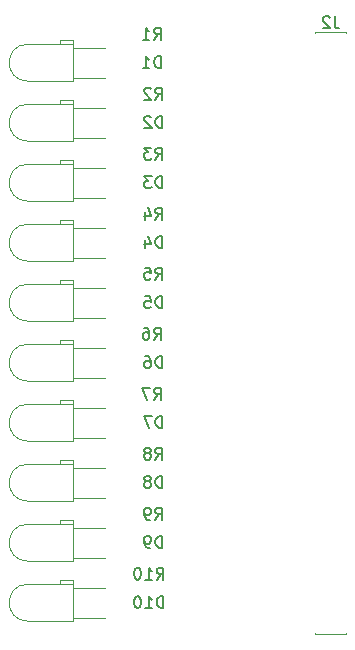
<source format=gbr>
G04 #@! TF.GenerationSoftware,KiCad,Pcbnew,(5.0.0-rc2-dev-107-g49486b83b)*
G04 #@! TF.CreationDate,2018-03-22T00:06:16+08:00*
G04 #@! TF.ProjectId,ebox-gpio-led,65626F782D6770696F2D6C65642E6B69,rev?*
G04 #@! TF.SameCoordinates,Original*
G04 #@! TF.FileFunction,Legend,Bot*
G04 #@! TF.FilePolarity,Positive*
%FSLAX46Y46*%
G04 Gerber Fmt 4.6, Leading zero omitted, Abs format (unit mm)*
G04 Created by KiCad (PCBNEW (5.0.0-rc2-dev-107-g49486b83b)) date 03/22/18 00:06:16*
%MOMM*%
%LPD*%
G01*
G04 APERTURE LIST*
%ADD10C,0.120000*%
%ADD11C,0.150000*%
G04 APERTURE END LIST*
D10*
X23830000Y-12040000D02*
X21170000Y-12040000D01*
X21170000Y-12040000D02*
X21170000Y-12100000D01*
X21170000Y-62900000D02*
X21170000Y-62960000D01*
X23830000Y-62960000D02*
X21170000Y-62960000D01*
X23830000Y-12040000D02*
X23830000Y-12100000D01*
X23830000Y-62900000D02*
X23830000Y-62960000D01*
X3365000Y-13335000D02*
X3365000Y-13335000D01*
X695000Y-13335000D02*
X3365000Y-13335000D01*
X695000Y-13335000D02*
X695000Y-13335000D01*
X3365000Y-13335000D02*
X695000Y-13335000D01*
X3365000Y-15875000D02*
X3365000Y-15875000D01*
X695000Y-15875000D02*
X3365000Y-15875000D01*
X695000Y-15875000D02*
X695000Y-15875000D01*
X3365000Y-15875000D02*
X695000Y-15875000D01*
X695000Y-13045000D02*
X695000Y-12645000D01*
X-425000Y-13045000D02*
X695000Y-13045000D01*
X-425000Y-12645000D02*
X-425000Y-13045000D01*
X695000Y-12645000D02*
X-425000Y-12645000D01*
X695000Y-16165000D02*
X695000Y-13045000D01*
X695000Y-13045000D02*
X-3165000Y-13045000D01*
X695000Y-16165000D02*
X-3165000Y-16165000D01*
X-3165000Y-13045000D02*
G75*
G03X-3165000Y-16165000I0J-1560000D01*
G01*
X3365000Y-18415000D02*
X3365000Y-18415000D01*
X695000Y-18415000D02*
X3365000Y-18415000D01*
X695000Y-18415000D02*
X695000Y-18415000D01*
X3365000Y-18415000D02*
X695000Y-18415000D01*
X3365000Y-20955000D02*
X3365000Y-20955000D01*
X695000Y-20955000D02*
X3365000Y-20955000D01*
X695000Y-20955000D02*
X695000Y-20955000D01*
X3365000Y-20955000D02*
X695000Y-20955000D01*
X695000Y-18125000D02*
X695000Y-17725000D01*
X-425000Y-18125000D02*
X695000Y-18125000D01*
X-425000Y-17725000D02*
X-425000Y-18125000D01*
X695000Y-17725000D02*
X-425000Y-17725000D01*
X695000Y-21245000D02*
X695000Y-18125000D01*
X695000Y-18125000D02*
X-3165000Y-18125000D01*
X695000Y-21245000D02*
X-3165000Y-21245000D01*
X-3165000Y-18125000D02*
G75*
G03X-3165000Y-21245000I0J-1560000D01*
G01*
X3365000Y-23495000D02*
X3365000Y-23495000D01*
X695000Y-23495000D02*
X3365000Y-23495000D01*
X695000Y-23495000D02*
X695000Y-23495000D01*
X3365000Y-23495000D02*
X695000Y-23495000D01*
X3365000Y-26035000D02*
X3365000Y-26035000D01*
X695000Y-26035000D02*
X3365000Y-26035000D01*
X695000Y-26035000D02*
X695000Y-26035000D01*
X3365000Y-26035000D02*
X695000Y-26035000D01*
X695000Y-23205000D02*
X695000Y-22805000D01*
X-425000Y-23205000D02*
X695000Y-23205000D01*
X-425000Y-22805000D02*
X-425000Y-23205000D01*
X695000Y-22805000D02*
X-425000Y-22805000D01*
X695000Y-26325000D02*
X695000Y-23205000D01*
X695000Y-23205000D02*
X-3165000Y-23205000D01*
X695000Y-26325000D02*
X-3165000Y-26325000D01*
X-3165000Y-23205000D02*
G75*
G03X-3165000Y-26325000I0J-1560000D01*
G01*
X3365000Y-28575000D02*
X3365000Y-28575000D01*
X695000Y-28575000D02*
X3365000Y-28575000D01*
X695000Y-28575000D02*
X695000Y-28575000D01*
X3365000Y-28575000D02*
X695000Y-28575000D01*
X3365000Y-31115000D02*
X3365000Y-31115000D01*
X695000Y-31115000D02*
X3365000Y-31115000D01*
X695000Y-31115000D02*
X695000Y-31115000D01*
X3365000Y-31115000D02*
X695000Y-31115000D01*
X695000Y-28285000D02*
X695000Y-27885000D01*
X-425000Y-28285000D02*
X695000Y-28285000D01*
X-425000Y-27885000D02*
X-425000Y-28285000D01*
X695000Y-27885000D02*
X-425000Y-27885000D01*
X695000Y-31405000D02*
X695000Y-28285000D01*
X695000Y-28285000D02*
X-3165000Y-28285000D01*
X695000Y-31405000D02*
X-3165000Y-31405000D01*
X-3165000Y-28285000D02*
G75*
G03X-3165000Y-31405000I0J-1560000D01*
G01*
X3365000Y-33655000D02*
X3365000Y-33655000D01*
X695000Y-33655000D02*
X3365000Y-33655000D01*
X695000Y-33655000D02*
X695000Y-33655000D01*
X3365000Y-33655000D02*
X695000Y-33655000D01*
X3365000Y-36195000D02*
X3365000Y-36195000D01*
X695000Y-36195000D02*
X3365000Y-36195000D01*
X695000Y-36195000D02*
X695000Y-36195000D01*
X3365000Y-36195000D02*
X695000Y-36195000D01*
X695000Y-33365000D02*
X695000Y-32965000D01*
X-425000Y-33365000D02*
X695000Y-33365000D01*
X-425000Y-32965000D02*
X-425000Y-33365000D01*
X695000Y-32965000D02*
X-425000Y-32965000D01*
X695000Y-36485000D02*
X695000Y-33365000D01*
X695000Y-33365000D02*
X-3165000Y-33365000D01*
X695000Y-36485000D02*
X-3165000Y-36485000D01*
X-3165000Y-33365000D02*
G75*
G03X-3165000Y-36485000I0J-1560000D01*
G01*
X3365000Y-38735000D02*
X3365000Y-38735000D01*
X695000Y-38735000D02*
X3365000Y-38735000D01*
X695000Y-38735000D02*
X695000Y-38735000D01*
X3365000Y-38735000D02*
X695000Y-38735000D01*
X3365000Y-41275000D02*
X3365000Y-41275000D01*
X695000Y-41275000D02*
X3365000Y-41275000D01*
X695000Y-41275000D02*
X695000Y-41275000D01*
X3365000Y-41275000D02*
X695000Y-41275000D01*
X695000Y-38445000D02*
X695000Y-38045000D01*
X-425000Y-38445000D02*
X695000Y-38445000D01*
X-425000Y-38045000D02*
X-425000Y-38445000D01*
X695000Y-38045000D02*
X-425000Y-38045000D01*
X695000Y-41565000D02*
X695000Y-38445000D01*
X695000Y-38445000D02*
X-3165000Y-38445000D01*
X695000Y-41565000D02*
X-3165000Y-41565000D01*
X-3165000Y-38445000D02*
G75*
G03X-3165000Y-41565000I0J-1560000D01*
G01*
X3365000Y-43815000D02*
X3365000Y-43815000D01*
X695000Y-43815000D02*
X3365000Y-43815000D01*
X695000Y-43815000D02*
X695000Y-43815000D01*
X3365000Y-43815000D02*
X695000Y-43815000D01*
X3365000Y-46355000D02*
X3365000Y-46355000D01*
X695000Y-46355000D02*
X3365000Y-46355000D01*
X695000Y-46355000D02*
X695000Y-46355000D01*
X3365000Y-46355000D02*
X695000Y-46355000D01*
X695000Y-43525000D02*
X695000Y-43125000D01*
X-425000Y-43525000D02*
X695000Y-43525000D01*
X-425000Y-43125000D02*
X-425000Y-43525000D01*
X695000Y-43125000D02*
X-425000Y-43125000D01*
X695000Y-46645000D02*
X695000Y-43525000D01*
X695000Y-43525000D02*
X-3165000Y-43525000D01*
X695000Y-46645000D02*
X-3165000Y-46645000D01*
X-3165000Y-43525000D02*
G75*
G03X-3165000Y-46645000I0J-1560000D01*
G01*
X3365000Y-48895000D02*
X3365000Y-48895000D01*
X695000Y-48895000D02*
X3365000Y-48895000D01*
X695000Y-48895000D02*
X695000Y-48895000D01*
X3365000Y-48895000D02*
X695000Y-48895000D01*
X3365000Y-51435000D02*
X3365000Y-51435000D01*
X695000Y-51435000D02*
X3365000Y-51435000D01*
X695000Y-51435000D02*
X695000Y-51435000D01*
X3365000Y-51435000D02*
X695000Y-51435000D01*
X695000Y-48605000D02*
X695000Y-48205000D01*
X-425000Y-48605000D02*
X695000Y-48605000D01*
X-425000Y-48205000D02*
X-425000Y-48605000D01*
X695000Y-48205000D02*
X-425000Y-48205000D01*
X695000Y-51725000D02*
X695000Y-48605000D01*
X695000Y-48605000D02*
X-3165000Y-48605000D01*
X695000Y-51725000D02*
X-3165000Y-51725000D01*
X-3165000Y-48605000D02*
G75*
G03X-3165000Y-51725000I0J-1560000D01*
G01*
X3365000Y-53975000D02*
X3365000Y-53975000D01*
X695000Y-53975000D02*
X3365000Y-53975000D01*
X695000Y-53975000D02*
X695000Y-53975000D01*
X3365000Y-53975000D02*
X695000Y-53975000D01*
X3365000Y-56515000D02*
X3365000Y-56515000D01*
X695000Y-56515000D02*
X3365000Y-56515000D01*
X695000Y-56515000D02*
X695000Y-56515000D01*
X3365000Y-56515000D02*
X695000Y-56515000D01*
X695000Y-53685000D02*
X695000Y-53285000D01*
X-425000Y-53685000D02*
X695000Y-53685000D01*
X-425000Y-53285000D02*
X-425000Y-53685000D01*
X695000Y-53285000D02*
X-425000Y-53285000D01*
X695000Y-56805000D02*
X695000Y-53685000D01*
X695000Y-53685000D02*
X-3165000Y-53685000D01*
X695000Y-56805000D02*
X-3165000Y-56805000D01*
X-3165000Y-53685000D02*
G75*
G03X-3165000Y-56805000I0J-1560000D01*
G01*
X3365000Y-59055000D02*
X3365000Y-59055000D01*
X695000Y-59055000D02*
X3365000Y-59055000D01*
X695000Y-59055000D02*
X695000Y-59055000D01*
X3365000Y-59055000D02*
X695000Y-59055000D01*
X3365000Y-61595000D02*
X3365000Y-61595000D01*
X695000Y-61595000D02*
X3365000Y-61595000D01*
X695000Y-61595000D02*
X695000Y-61595000D01*
X3365000Y-61595000D02*
X695000Y-61595000D01*
X695000Y-58765000D02*
X695000Y-58365000D01*
X-425000Y-58765000D02*
X695000Y-58765000D01*
X-425000Y-58365000D02*
X-425000Y-58765000D01*
X695000Y-58365000D02*
X-425000Y-58365000D01*
X695000Y-61885000D02*
X695000Y-58765000D01*
X695000Y-58765000D02*
X-3165000Y-58765000D01*
X695000Y-61885000D02*
X-3165000Y-61885000D01*
X-3165000Y-58765000D02*
G75*
G03X-3165000Y-61885000I0J-1560000D01*
G01*
D11*
X22833333Y-10687380D02*
X22833333Y-11401666D01*
X22880952Y-11544523D01*
X22976190Y-11639761D01*
X23119047Y-11687380D01*
X23214285Y-11687380D01*
X22404761Y-10782619D02*
X22357142Y-10735000D01*
X22261904Y-10687380D01*
X22023809Y-10687380D01*
X21928571Y-10735000D01*
X21880952Y-10782619D01*
X21833333Y-10877857D01*
X21833333Y-10973095D01*
X21880952Y-11115952D01*
X22452380Y-11687380D01*
X21833333Y-11687380D01*
X7532666Y-12644380D02*
X7866000Y-12168190D01*
X8104095Y-12644380D02*
X8104095Y-11644380D01*
X7723142Y-11644380D01*
X7627904Y-11692000D01*
X7580285Y-11739619D01*
X7532666Y-11834857D01*
X7532666Y-11977714D01*
X7580285Y-12072952D01*
X7627904Y-12120571D01*
X7723142Y-12168190D01*
X8104095Y-12168190D01*
X6580285Y-12644380D02*
X7151714Y-12644380D01*
X6866000Y-12644380D02*
X6866000Y-11644380D01*
X6961238Y-11787238D01*
X7056476Y-11882476D01*
X7151714Y-11930095D01*
X7646666Y-17724380D02*
X7980000Y-17248190D01*
X8218095Y-17724380D02*
X8218095Y-16724380D01*
X7837142Y-16724380D01*
X7741904Y-16772000D01*
X7694285Y-16819619D01*
X7646666Y-16914857D01*
X7646666Y-17057714D01*
X7694285Y-17152952D01*
X7741904Y-17200571D01*
X7837142Y-17248190D01*
X8218095Y-17248190D01*
X7265714Y-16819619D02*
X7218095Y-16772000D01*
X7122857Y-16724380D01*
X6884761Y-16724380D01*
X6789523Y-16772000D01*
X6741904Y-16819619D01*
X6694285Y-16914857D01*
X6694285Y-17010095D01*
X6741904Y-17152952D01*
X7313333Y-17724380D01*
X6694285Y-17724380D01*
X7653166Y-22804380D02*
X7986500Y-22328190D01*
X8224595Y-22804380D02*
X8224595Y-21804380D01*
X7843642Y-21804380D01*
X7748404Y-21852000D01*
X7700785Y-21899619D01*
X7653166Y-21994857D01*
X7653166Y-22137714D01*
X7700785Y-22232952D01*
X7748404Y-22280571D01*
X7843642Y-22328190D01*
X8224595Y-22328190D01*
X7319833Y-21804380D02*
X6700785Y-21804380D01*
X7034119Y-22185333D01*
X6891261Y-22185333D01*
X6796023Y-22232952D01*
X6748404Y-22280571D01*
X6700785Y-22375809D01*
X6700785Y-22613904D01*
X6748404Y-22709142D01*
X6796023Y-22756761D01*
X6891261Y-22804380D01*
X7176976Y-22804380D01*
X7272214Y-22756761D01*
X7319833Y-22709142D01*
X7653166Y-27884380D02*
X7986500Y-27408190D01*
X8224595Y-27884380D02*
X8224595Y-26884380D01*
X7843642Y-26884380D01*
X7748404Y-26932000D01*
X7700785Y-26979619D01*
X7653166Y-27074857D01*
X7653166Y-27217714D01*
X7700785Y-27312952D01*
X7748404Y-27360571D01*
X7843642Y-27408190D01*
X8224595Y-27408190D01*
X6796023Y-27217714D02*
X6796023Y-27884380D01*
X7034119Y-26836761D02*
X7272214Y-27551047D01*
X6653166Y-27551047D01*
X7653166Y-32964380D02*
X7986500Y-32488190D01*
X8224595Y-32964380D02*
X8224595Y-31964380D01*
X7843642Y-31964380D01*
X7748404Y-32012000D01*
X7700785Y-32059619D01*
X7653166Y-32154857D01*
X7653166Y-32297714D01*
X7700785Y-32392952D01*
X7748404Y-32440571D01*
X7843642Y-32488190D01*
X8224595Y-32488190D01*
X6748404Y-31964380D02*
X7224595Y-31964380D01*
X7272214Y-32440571D01*
X7224595Y-32392952D01*
X7129357Y-32345333D01*
X6891261Y-32345333D01*
X6796023Y-32392952D01*
X6748404Y-32440571D01*
X6700785Y-32535809D01*
X6700785Y-32773904D01*
X6748404Y-32869142D01*
X6796023Y-32916761D01*
X6891261Y-32964380D01*
X7129357Y-32964380D01*
X7224595Y-32916761D01*
X7272214Y-32869142D01*
X7532666Y-38044380D02*
X7866000Y-37568190D01*
X8104095Y-38044380D02*
X8104095Y-37044380D01*
X7723142Y-37044380D01*
X7627904Y-37092000D01*
X7580285Y-37139619D01*
X7532666Y-37234857D01*
X7532666Y-37377714D01*
X7580285Y-37472952D01*
X7627904Y-37520571D01*
X7723142Y-37568190D01*
X8104095Y-37568190D01*
X6675523Y-37044380D02*
X6866000Y-37044380D01*
X6961238Y-37092000D01*
X7008857Y-37139619D01*
X7104095Y-37282476D01*
X7151714Y-37472952D01*
X7151714Y-37853904D01*
X7104095Y-37949142D01*
X7056476Y-37996761D01*
X6961238Y-38044380D01*
X6770761Y-38044380D01*
X6675523Y-37996761D01*
X6627904Y-37949142D01*
X6580285Y-37853904D01*
X6580285Y-37615809D01*
X6627904Y-37520571D01*
X6675523Y-37472952D01*
X6770761Y-37425333D01*
X6961238Y-37425333D01*
X7056476Y-37472952D01*
X7104095Y-37520571D01*
X7151714Y-37615809D01*
X7532666Y-43124380D02*
X7866000Y-42648190D01*
X8104095Y-43124380D02*
X8104095Y-42124380D01*
X7723142Y-42124380D01*
X7627904Y-42172000D01*
X7580285Y-42219619D01*
X7532666Y-42314857D01*
X7532666Y-42457714D01*
X7580285Y-42552952D01*
X7627904Y-42600571D01*
X7723142Y-42648190D01*
X8104095Y-42648190D01*
X7199333Y-42124380D02*
X6532666Y-42124380D01*
X6961238Y-43124380D01*
X7646666Y-48204380D02*
X7980000Y-47728190D01*
X8218095Y-48204380D02*
X8218095Y-47204380D01*
X7837142Y-47204380D01*
X7741904Y-47252000D01*
X7694285Y-47299619D01*
X7646666Y-47394857D01*
X7646666Y-47537714D01*
X7694285Y-47632952D01*
X7741904Y-47680571D01*
X7837142Y-47728190D01*
X8218095Y-47728190D01*
X7075238Y-47632952D02*
X7170476Y-47585333D01*
X7218095Y-47537714D01*
X7265714Y-47442476D01*
X7265714Y-47394857D01*
X7218095Y-47299619D01*
X7170476Y-47252000D01*
X7075238Y-47204380D01*
X6884761Y-47204380D01*
X6789523Y-47252000D01*
X6741904Y-47299619D01*
X6694285Y-47394857D01*
X6694285Y-47442476D01*
X6741904Y-47537714D01*
X6789523Y-47585333D01*
X6884761Y-47632952D01*
X7075238Y-47632952D01*
X7170476Y-47680571D01*
X7218095Y-47728190D01*
X7265714Y-47823428D01*
X7265714Y-48013904D01*
X7218095Y-48109142D01*
X7170476Y-48156761D01*
X7075238Y-48204380D01*
X6884761Y-48204380D01*
X6789523Y-48156761D01*
X6741904Y-48109142D01*
X6694285Y-48013904D01*
X6694285Y-47823428D01*
X6741904Y-47728190D01*
X6789523Y-47680571D01*
X6884761Y-47632952D01*
X7646666Y-53284380D02*
X7980000Y-52808190D01*
X8218095Y-53284380D02*
X8218095Y-52284380D01*
X7837142Y-52284380D01*
X7741904Y-52332000D01*
X7694285Y-52379619D01*
X7646666Y-52474857D01*
X7646666Y-52617714D01*
X7694285Y-52712952D01*
X7741904Y-52760571D01*
X7837142Y-52808190D01*
X8218095Y-52808190D01*
X7170476Y-53284380D02*
X6980000Y-53284380D01*
X6884761Y-53236761D01*
X6837142Y-53189142D01*
X6741904Y-53046285D01*
X6694285Y-52855809D01*
X6694285Y-52474857D01*
X6741904Y-52379619D01*
X6789523Y-52332000D01*
X6884761Y-52284380D01*
X7075238Y-52284380D01*
X7170476Y-52332000D01*
X7218095Y-52379619D01*
X7265714Y-52474857D01*
X7265714Y-52712952D01*
X7218095Y-52808190D01*
X7170476Y-52855809D01*
X7075238Y-52903428D01*
X6884761Y-52903428D01*
X6789523Y-52855809D01*
X6741904Y-52808190D01*
X6694285Y-52712952D01*
X7754857Y-58364380D02*
X8088190Y-57888190D01*
X8326285Y-58364380D02*
X8326285Y-57364380D01*
X7945333Y-57364380D01*
X7850095Y-57412000D01*
X7802476Y-57459619D01*
X7754857Y-57554857D01*
X7754857Y-57697714D01*
X7802476Y-57792952D01*
X7850095Y-57840571D01*
X7945333Y-57888190D01*
X8326285Y-57888190D01*
X6802476Y-58364380D02*
X7373904Y-58364380D01*
X7088190Y-58364380D02*
X7088190Y-57364380D01*
X7183428Y-57507238D01*
X7278666Y-57602476D01*
X7373904Y-57650095D01*
X6183428Y-57364380D02*
X6088190Y-57364380D01*
X5992952Y-57412000D01*
X5945333Y-57459619D01*
X5897714Y-57554857D01*
X5850095Y-57745333D01*
X5850095Y-57983428D01*
X5897714Y-58173904D01*
X5945333Y-58269142D01*
X5992952Y-58316761D01*
X6088190Y-58364380D01*
X6183428Y-58364380D01*
X6278666Y-58316761D01*
X6326285Y-58269142D01*
X6373904Y-58173904D01*
X6421523Y-57983428D01*
X6421523Y-57745333D01*
X6373904Y-57554857D01*
X6326285Y-57459619D01*
X6278666Y-57412000D01*
X6183428Y-57364380D01*
X8104095Y-15057380D02*
X8104095Y-14057380D01*
X7866000Y-14057380D01*
X7723142Y-14105000D01*
X7627904Y-14200238D01*
X7580285Y-14295476D01*
X7532666Y-14485952D01*
X7532666Y-14628809D01*
X7580285Y-14819285D01*
X7627904Y-14914523D01*
X7723142Y-15009761D01*
X7866000Y-15057380D01*
X8104095Y-15057380D01*
X6580285Y-15057380D02*
X7151714Y-15057380D01*
X6866000Y-15057380D02*
X6866000Y-14057380D01*
X6961238Y-14200238D01*
X7056476Y-14295476D01*
X7151714Y-14343095D01*
X8231095Y-20137380D02*
X8231095Y-19137380D01*
X7993000Y-19137380D01*
X7850142Y-19185000D01*
X7754904Y-19280238D01*
X7707285Y-19375476D01*
X7659666Y-19565952D01*
X7659666Y-19708809D01*
X7707285Y-19899285D01*
X7754904Y-19994523D01*
X7850142Y-20089761D01*
X7993000Y-20137380D01*
X8231095Y-20137380D01*
X7278714Y-19232619D02*
X7231095Y-19185000D01*
X7135857Y-19137380D01*
X6897761Y-19137380D01*
X6802523Y-19185000D01*
X6754904Y-19232619D01*
X6707285Y-19327857D01*
X6707285Y-19423095D01*
X6754904Y-19565952D01*
X7326333Y-20137380D01*
X6707285Y-20137380D01*
X8231095Y-25217380D02*
X8231095Y-24217380D01*
X7993000Y-24217380D01*
X7850142Y-24265000D01*
X7754904Y-24360238D01*
X7707285Y-24455476D01*
X7659666Y-24645952D01*
X7659666Y-24788809D01*
X7707285Y-24979285D01*
X7754904Y-25074523D01*
X7850142Y-25169761D01*
X7993000Y-25217380D01*
X8231095Y-25217380D01*
X7326333Y-24217380D02*
X6707285Y-24217380D01*
X7040619Y-24598333D01*
X6897761Y-24598333D01*
X6802523Y-24645952D01*
X6754904Y-24693571D01*
X6707285Y-24788809D01*
X6707285Y-25026904D01*
X6754904Y-25122142D01*
X6802523Y-25169761D01*
X6897761Y-25217380D01*
X7183476Y-25217380D01*
X7278714Y-25169761D01*
X7326333Y-25122142D01*
X8231095Y-30297380D02*
X8231095Y-29297380D01*
X7993000Y-29297380D01*
X7850142Y-29345000D01*
X7754904Y-29440238D01*
X7707285Y-29535476D01*
X7659666Y-29725952D01*
X7659666Y-29868809D01*
X7707285Y-30059285D01*
X7754904Y-30154523D01*
X7850142Y-30249761D01*
X7993000Y-30297380D01*
X8231095Y-30297380D01*
X6802523Y-29630714D02*
X6802523Y-30297380D01*
X7040619Y-29249761D02*
X7278714Y-29964047D01*
X6659666Y-29964047D01*
X8231095Y-35377380D02*
X8231095Y-34377380D01*
X7993000Y-34377380D01*
X7850142Y-34425000D01*
X7754904Y-34520238D01*
X7707285Y-34615476D01*
X7659666Y-34805952D01*
X7659666Y-34948809D01*
X7707285Y-35139285D01*
X7754904Y-35234523D01*
X7850142Y-35329761D01*
X7993000Y-35377380D01*
X8231095Y-35377380D01*
X6754904Y-34377380D02*
X7231095Y-34377380D01*
X7278714Y-34853571D01*
X7231095Y-34805952D01*
X7135857Y-34758333D01*
X6897761Y-34758333D01*
X6802523Y-34805952D01*
X6754904Y-34853571D01*
X6707285Y-34948809D01*
X6707285Y-35186904D01*
X6754904Y-35282142D01*
X6802523Y-35329761D01*
X6897761Y-35377380D01*
X7135857Y-35377380D01*
X7231095Y-35329761D01*
X7278714Y-35282142D01*
X8231095Y-40457380D02*
X8231095Y-39457380D01*
X7993000Y-39457380D01*
X7850142Y-39505000D01*
X7754904Y-39600238D01*
X7707285Y-39695476D01*
X7659666Y-39885952D01*
X7659666Y-40028809D01*
X7707285Y-40219285D01*
X7754904Y-40314523D01*
X7850142Y-40409761D01*
X7993000Y-40457380D01*
X8231095Y-40457380D01*
X6802523Y-39457380D02*
X6993000Y-39457380D01*
X7088238Y-39505000D01*
X7135857Y-39552619D01*
X7231095Y-39695476D01*
X7278714Y-39885952D01*
X7278714Y-40266904D01*
X7231095Y-40362142D01*
X7183476Y-40409761D01*
X7088238Y-40457380D01*
X6897761Y-40457380D01*
X6802523Y-40409761D01*
X6754904Y-40362142D01*
X6707285Y-40266904D01*
X6707285Y-40028809D01*
X6754904Y-39933571D01*
X6802523Y-39885952D01*
X6897761Y-39838333D01*
X7088238Y-39838333D01*
X7183476Y-39885952D01*
X7231095Y-39933571D01*
X7278714Y-40028809D01*
X8231095Y-45537380D02*
X8231095Y-44537380D01*
X7993000Y-44537380D01*
X7850142Y-44585000D01*
X7754904Y-44680238D01*
X7707285Y-44775476D01*
X7659666Y-44965952D01*
X7659666Y-45108809D01*
X7707285Y-45299285D01*
X7754904Y-45394523D01*
X7850142Y-45489761D01*
X7993000Y-45537380D01*
X8231095Y-45537380D01*
X7326333Y-44537380D02*
X6659666Y-44537380D01*
X7088238Y-45537380D01*
X8231095Y-50617380D02*
X8231095Y-49617380D01*
X7993000Y-49617380D01*
X7850142Y-49665000D01*
X7754904Y-49760238D01*
X7707285Y-49855476D01*
X7659666Y-50045952D01*
X7659666Y-50188809D01*
X7707285Y-50379285D01*
X7754904Y-50474523D01*
X7850142Y-50569761D01*
X7993000Y-50617380D01*
X8231095Y-50617380D01*
X7088238Y-50045952D02*
X7183476Y-49998333D01*
X7231095Y-49950714D01*
X7278714Y-49855476D01*
X7278714Y-49807857D01*
X7231095Y-49712619D01*
X7183476Y-49665000D01*
X7088238Y-49617380D01*
X6897761Y-49617380D01*
X6802523Y-49665000D01*
X6754904Y-49712619D01*
X6707285Y-49807857D01*
X6707285Y-49855476D01*
X6754904Y-49950714D01*
X6802523Y-49998333D01*
X6897761Y-50045952D01*
X7088238Y-50045952D01*
X7183476Y-50093571D01*
X7231095Y-50141190D01*
X7278714Y-50236428D01*
X7278714Y-50426904D01*
X7231095Y-50522142D01*
X7183476Y-50569761D01*
X7088238Y-50617380D01*
X6897761Y-50617380D01*
X6802523Y-50569761D01*
X6754904Y-50522142D01*
X6707285Y-50426904D01*
X6707285Y-50236428D01*
X6754904Y-50141190D01*
X6802523Y-50093571D01*
X6897761Y-50045952D01*
X8231095Y-55697380D02*
X8231095Y-54697380D01*
X7993000Y-54697380D01*
X7850142Y-54745000D01*
X7754904Y-54840238D01*
X7707285Y-54935476D01*
X7659666Y-55125952D01*
X7659666Y-55268809D01*
X7707285Y-55459285D01*
X7754904Y-55554523D01*
X7850142Y-55649761D01*
X7993000Y-55697380D01*
X8231095Y-55697380D01*
X7183476Y-55697380D02*
X6993000Y-55697380D01*
X6897761Y-55649761D01*
X6850142Y-55602142D01*
X6754904Y-55459285D01*
X6707285Y-55268809D01*
X6707285Y-54887857D01*
X6754904Y-54792619D01*
X6802523Y-54745000D01*
X6897761Y-54697380D01*
X7088238Y-54697380D01*
X7183476Y-54745000D01*
X7231095Y-54792619D01*
X7278714Y-54887857D01*
X7278714Y-55125952D01*
X7231095Y-55221190D01*
X7183476Y-55268809D01*
X7088238Y-55316428D01*
X6897761Y-55316428D01*
X6802523Y-55268809D01*
X6754904Y-55221190D01*
X6707285Y-55125952D01*
X8326285Y-60777380D02*
X8326285Y-59777380D01*
X8088190Y-59777380D01*
X7945333Y-59825000D01*
X7850095Y-59920238D01*
X7802476Y-60015476D01*
X7754857Y-60205952D01*
X7754857Y-60348809D01*
X7802476Y-60539285D01*
X7850095Y-60634523D01*
X7945333Y-60729761D01*
X8088190Y-60777380D01*
X8326285Y-60777380D01*
X6802476Y-60777380D02*
X7373904Y-60777380D01*
X7088190Y-60777380D02*
X7088190Y-59777380D01*
X7183428Y-59920238D01*
X7278666Y-60015476D01*
X7373904Y-60063095D01*
X6183428Y-59777380D02*
X6088190Y-59777380D01*
X5992952Y-59825000D01*
X5945333Y-59872619D01*
X5897714Y-59967857D01*
X5850095Y-60158333D01*
X5850095Y-60396428D01*
X5897714Y-60586904D01*
X5945333Y-60682142D01*
X5992952Y-60729761D01*
X6088190Y-60777380D01*
X6183428Y-60777380D01*
X6278666Y-60729761D01*
X6326285Y-60682142D01*
X6373904Y-60586904D01*
X6421523Y-60396428D01*
X6421523Y-60158333D01*
X6373904Y-59967857D01*
X6326285Y-59872619D01*
X6278666Y-59825000D01*
X6183428Y-59777380D01*
M02*

</source>
